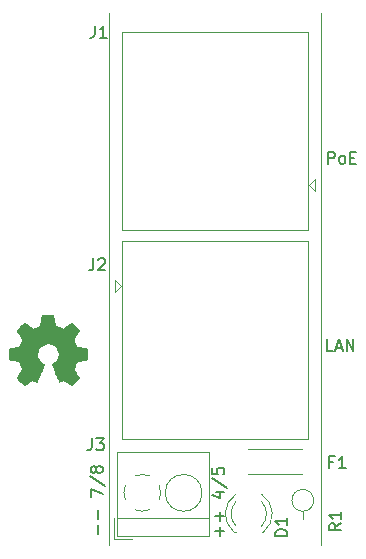
<source format=gbr>
G04 #@! TF.GenerationSoftware,KiCad,Pcbnew,5.1.5+dfsg1-2build2*
G04 #@! TF.CreationDate,2021-07-15T15:49:03-05:00*
G04 #@! TF.ProjectId,DIN_RAIL_POE_INJECTOR,44494e5f-5241-4494-9c5f-504f455f494e,rev?*
G04 #@! TF.SameCoordinates,Original*
G04 #@! TF.FileFunction,Legend,Top*
G04 #@! TF.FilePolarity,Positive*
%FSLAX46Y46*%
G04 Gerber Fmt 4.6, Leading zero omitted, Abs format (unit mm)*
G04 Created by KiCad (PCBNEW 5.1.5+dfsg1-2build2) date 2021-07-15 15:49:03*
%MOMM*%
%LPD*%
G04 APERTURE LIST*
%ADD10C,0.150000*%
%ADD11C,0.120000*%
%ADD12C,0.010000*%
G04 APERTURE END LIST*
D10*
X128500333Y-112720380D02*
X128500333Y-111720380D01*
X128881285Y-111720380D01*
X128976523Y-111768000D01*
X129024142Y-111815619D01*
X129071761Y-111910857D01*
X129071761Y-112053714D01*
X129024142Y-112148952D01*
X128976523Y-112196571D01*
X128881285Y-112244190D01*
X128500333Y-112244190D01*
X129643190Y-112720380D02*
X129547952Y-112672761D01*
X129500333Y-112625142D01*
X129452714Y-112529904D01*
X129452714Y-112244190D01*
X129500333Y-112148952D01*
X129547952Y-112101333D01*
X129643190Y-112053714D01*
X129786047Y-112053714D01*
X129881285Y-112101333D01*
X129928904Y-112148952D01*
X129976523Y-112244190D01*
X129976523Y-112529904D01*
X129928904Y-112625142D01*
X129881285Y-112672761D01*
X129786047Y-112720380D01*
X129643190Y-112720380D01*
X130405095Y-112196571D02*
X130738428Y-112196571D01*
X130881285Y-112720380D02*
X130405095Y-112720380D01*
X130405095Y-111720380D01*
X130881285Y-111720380D01*
X128897142Y-128595380D02*
X128420952Y-128595380D01*
X128420952Y-127595380D01*
X129182857Y-128309666D02*
X129659047Y-128309666D01*
X129087619Y-128595380D02*
X129420952Y-127595380D01*
X129754285Y-128595380D01*
X130087619Y-128595380D02*
X130087619Y-127595380D01*
X130659047Y-128595380D01*
X130659047Y-127595380D01*
X119324428Y-144208142D02*
X119324428Y-143446238D01*
X119705380Y-143827190D02*
X118943476Y-143827190D01*
X119324428Y-142970047D02*
X119324428Y-142208142D01*
X119705380Y-142589095D02*
X118943476Y-142589095D01*
X119038714Y-140541476D02*
X119705380Y-140541476D01*
X118657761Y-140779571D02*
X119372047Y-141017666D01*
X119372047Y-140398619D01*
X118657761Y-139303380D02*
X119943476Y-140160523D01*
X118705380Y-138493857D02*
X118705380Y-138970047D01*
X119181571Y-139017666D01*
X119133952Y-138970047D01*
X119086333Y-138874809D01*
X119086333Y-138636714D01*
X119133952Y-138541476D01*
X119181571Y-138493857D01*
X119276809Y-138446238D01*
X119514904Y-138446238D01*
X119610142Y-138493857D01*
X119657761Y-138541476D01*
X119705380Y-138636714D01*
X119705380Y-138874809D01*
X119657761Y-138970047D01*
X119610142Y-139017666D01*
X109037428Y-144081142D02*
X109037428Y-143319238D01*
X109037428Y-142843047D02*
X109037428Y-142081142D01*
X108418380Y-140938285D02*
X108418380Y-140271619D01*
X109418380Y-140700190D01*
X108370761Y-139176380D02*
X109656476Y-140033523D01*
X108846952Y-138700190D02*
X108799333Y-138795428D01*
X108751714Y-138843047D01*
X108656476Y-138890666D01*
X108608857Y-138890666D01*
X108513619Y-138843047D01*
X108466000Y-138795428D01*
X108418380Y-138700190D01*
X108418380Y-138509714D01*
X108466000Y-138414476D01*
X108513619Y-138366857D01*
X108608857Y-138319238D01*
X108656476Y-138319238D01*
X108751714Y-138366857D01*
X108799333Y-138414476D01*
X108846952Y-138509714D01*
X108846952Y-138700190D01*
X108894571Y-138795428D01*
X108942190Y-138843047D01*
X109037428Y-138890666D01*
X109227904Y-138890666D01*
X109323142Y-138843047D01*
X109370761Y-138795428D01*
X109418380Y-138700190D01*
X109418380Y-138509714D01*
X109370761Y-138414476D01*
X109323142Y-138366857D01*
X109227904Y-138319238D01*
X109037428Y-138319238D01*
X108942190Y-138366857D01*
X108894571Y-138414476D01*
X108846952Y-138509714D01*
D11*
X127890000Y-100000000D02*
X127890000Y-145000000D01*
X110000000Y-100000000D02*
X110000000Y-145000000D01*
D12*
G36*
X105330814Y-125992931D02*
G01*
X105414635Y-126437555D01*
X105723920Y-126565053D01*
X106033206Y-126692551D01*
X106404246Y-126440246D01*
X106508157Y-126369996D01*
X106602087Y-126307272D01*
X106681652Y-126254938D01*
X106742470Y-126215857D01*
X106780157Y-126192893D01*
X106790421Y-126187942D01*
X106808910Y-126200676D01*
X106848420Y-126235882D01*
X106904522Y-126289062D01*
X106972787Y-126355718D01*
X107048786Y-126431354D01*
X107128092Y-126511472D01*
X107206275Y-126591574D01*
X107278907Y-126667164D01*
X107341559Y-126733745D01*
X107389803Y-126786818D01*
X107419210Y-126821887D01*
X107426241Y-126833623D01*
X107416123Y-126855260D01*
X107387759Y-126902662D01*
X107344129Y-126971193D01*
X107288218Y-127056215D01*
X107223006Y-127153093D01*
X107185219Y-127208350D01*
X107116343Y-127309248D01*
X107055140Y-127400299D01*
X107004578Y-127476970D01*
X106967628Y-127534728D01*
X106947258Y-127569043D01*
X106944197Y-127576254D01*
X106951136Y-127596748D01*
X106970051Y-127644513D01*
X106998087Y-127712832D01*
X107032391Y-127794989D01*
X107070109Y-127884270D01*
X107108387Y-127973958D01*
X107144370Y-128057338D01*
X107175206Y-128127694D01*
X107198039Y-128178310D01*
X107210017Y-128202471D01*
X107210724Y-128203422D01*
X107229531Y-128208036D01*
X107279618Y-128218328D01*
X107355793Y-128233287D01*
X107452865Y-128251901D01*
X107565643Y-128273159D01*
X107631442Y-128285418D01*
X107751950Y-128308362D01*
X107860797Y-128330195D01*
X107952476Y-128349722D01*
X108021481Y-128365748D01*
X108062304Y-128377079D01*
X108070511Y-128380674D01*
X108078548Y-128405006D01*
X108085033Y-128459959D01*
X108089970Y-128539108D01*
X108093364Y-128636026D01*
X108095218Y-128744287D01*
X108095538Y-128857465D01*
X108094327Y-128969135D01*
X108091590Y-129072868D01*
X108087331Y-129162241D01*
X108081555Y-129230826D01*
X108074267Y-129272197D01*
X108069895Y-129280810D01*
X108043764Y-129291133D01*
X107988393Y-129305892D01*
X107911107Y-129323352D01*
X107819230Y-129341780D01*
X107787158Y-129347741D01*
X107632524Y-129376066D01*
X107510375Y-129398876D01*
X107416673Y-129417080D01*
X107347384Y-129431583D01*
X107298471Y-129443292D01*
X107265897Y-129453115D01*
X107245628Y-129461956D01*
X107233626Y-129470724D01*
X107231947Y-129472457D01*
X107215184Y-129500371D01*
X107189614Y-129554695D01*
X107157788Y-129628777D01*
X107122260Y-129715965D01*
X107085583Y-129809608D01*
X107050311Y-129903052D01*
X107018996Y-129989647D01*
X106994193Y-130062740D01*
X106978454Y-130115678D01*
X106974332Y-130141811D01*
X106974676Y-130142726D01*
X106988641Y-130164086D01*
X107020322Y-130211084D01*
X107066391Y-130278827D01*
X107123518Y-130362423D01*
X107188373Y-130456982D01*
X107206843Y-130483854D01*
X107272699Y-130581275D01*
X107330650Y-130670163D01*
X107377538Y-130745412D01*
X107410207Y-130801920D01*
X107425500Y-130834581D01*
X107426241Y-130838593D01*
X107413392Y-130859684D01*
X107377888Y-130901464D01*
X107324293Y-130959445D01*
X107257171Y-131029135D01*
X107181087Y-131106045D01*
X107100604Y-131185683D01*
X107020287Y-131263561D01*
X106944699Y-131335186D01*
X106878405Y-131396070D01*
X106825969Y-131441721D01*
X106791955Y-131467650D01*
X106782545Y-131471883D01*
X106760643Y-131461912D01*
X106715800Y-131435020D01*
X106655321Y-131395736D01*
X106608789Y-131364117D01*
X106524475Y-131306098D01*
X106424626Y-131237784D01*
X106324473Y-131169579D01*
X106270627Y-131133075D01*
X106088371Y-131009800D01*
X105935381Y-131092520D01*
X105865682Y-131128759D01*
X105806414Y-131156926D01*
X105766311Y-131172991D01*
X105756103Y-131175226D01*
X105743829Y-131158722D01*
X105719613Y-131112082D01*
X105685263Y-131039609D01*
X105642588Y-130945606D01*
X105593394Y-130834374D01*
X105539490Y-130710215D01*
X105482684Y-130577432D01*
X105424782Y-130440327D01*
X105367593Y-130303202D01*
X105312924Y-130170358D01*
X105262584Y-130046098D01*
X105218380Y-129934725D01*
X105182119Y-129840539D01*
X105155609Y-129767844D01*
X105140658Y-129720941D01*
X105138254Y-129704833D01*
X105157311Y-129684286D01*
X105199036Y-129650933D01*
X105254706Y-129611702D01*
X105259378Y-129608599D01*
X105403264Y-129493423D01*
X105519283Y-129359053D01*
X105606430Y-129209784D01*
X105663699Y-129049913D01*
X105690086Y-128883737D01*
X105684585Y-128715552D01*
X105646190Y-128549655D01*
X105573895Y-128390342D01*
X105552626Y-128355487D01*
X105441996Y-128214737D01*
X105311302Y-128101714D01*
X105165064Y-128017003D01*
X105007808Y-127961194D01*
X104844057Y-127934874D01*
X104678333Y-127938630D01*
X104515162Y-127973050D01*
X104359065Y-128038723D01*
X104214567Y-128136235D01*
X104169869Y-128175813D01*
X104056112Y-128299703D01*
X103973218Y-128430124D01*
X103916356Y-128576315D01*
X103884687Y-128721088D01*
X103876869Y-128883860D01*
X103902938Y-129047440D01*
X103960245Y-129206298D01*
X104046144Y-129354906D01*
X104157986Y-129487735D01*
X104293123Y-129599256D01*
X104310883Y-129611011D01*
X104367150Y-129649508D01*
X104409923Y-129682863D01*
X104430372Y-129704160D01*
X104430669Y-129704833D01*
X104426279Y-129727871D01*
X104408876Y-129780157D01*
X104380268Y-129857390D01*
X104342265Y-129955268D01*
X104296674Y-130069491D01*
X104245303Y-130195758D01*
X104189962Y-130329767D01*
X104132458Y-130467218D01*
X104074601Y-130603808D01*
X104018198Y-130735237D01*
X103965058Y-130857205D01*
X103916990Y-130965409D01*
X103875801Y-131055549D01*
X103843301Y-131123323D01*
X103821297Y-131164430D01*
X103812436Y-131175226D01*
X103785360Y-131166819D01*
X103734697Y-131144272D01*
X103669183Y-131111613D01*
X103633159Y-131092520D01*
X103480168Y-131009800D01*
X103297912Y-131133075D01*
X103204875Y-131196228D01*
X103103015Y-131265727D01*
X103007562Y-131331165D01*
X102959750Y-131364117D01*
X102892505Y-131409273D01*
X102835564Y-131445057D01*
X102796354Y-131466938D01*
X102783619Y-131471563D01*
X102765083Y-131459085D01*
X102724059Y-131424252D01*
X102664525Y-131370678D01*
X102590458Y-131301983D01*
X102505835Y-131221781D01*
X102452315Y-131170286D01*
X102358681Y-131078286D01*
X102277759Y-130995999D01*
X102212823Y-130926945D01*
X102167142Y-130874644D01*
X102143989Y-130842616D01*
X102141768Y-130836116D01*
X102152076Y-130811394D01*
X102180561Y-130761405D01*
X102224063Y-130691212D01*
X102279423Y-130605875D01*
X102343480Y-130510456D01*
X102361697Y-130483854D01*
X102428073Y-130387167D01*
X102487622Y-130300117D01*
X102537016Y-130227595D01*
X102572925Y-130174493D01*
X102592019Y-130145703D01*
X102593864Y-130142726D01*
X102591105Y-130119782D01*
X102576462Y-130069336D01*
X102552487Y-129998041D01*
X102521734Y-129912547D01*
X102486756Y-129819507D01*
X102450107Y-129725574D01*
X102414339Y-129637399D01*
X102382006Y-129561634D01*
X102355662Y-129504931D01*
X102337858Y-129473943D01*
X102336593Y-129472457D01*
X102325706Y-129463601D01*
X102307318Y-129454843D01*
X102277394Y-129445277D01*
X102231897Y-129433996D01*
X102166791Y-129420093D01*
X102078039Y-129402663D01*
X101961607Y-129380798D01*
X101813458Y-129353591D01*
X101781382Y-129347741D01*
X101686314Y-129329374D01*
X101603435Y-129311405D01*
X101540070Y-129295569D01*
X101503542Y-129283600D01*
X101498644Y-129280810D01*
X101490573Y-129256072D01*
X101484013Y-129200790D01*
X101478967Y-129121389D01*
X101475441Y-129024296D01*
X101473439Y-128915938D01*
X101472964Y-128802740D01*
X101474023Y-128691128D01*
X101476618Y-128587529D01*
X101480754Y-128498368D01*
X101486437Y-128430072D01*
X101493669Y-128389066D01*
X101498029Y-128380674D01*
X101522302Y-128372208D01*
X101577574Y-128358435D01*
X101658338Y-128340550D01*
X101759088Y-128319748D01*
X101874317Y-128297223D01*
X101937098Y-128285418D01*
X102056213Y-128263151D01*
X102162435Y-128242979D01*
X102250573Y-128225915D01*
X102315434Y-128212969D01*
X102351826Y-128205155D01*
X102357816Y-128203422D01*
X102367939Y-128183890D01*
X102389338Y-128136843D01*
X102419161Y-128069003D01*
X102454555Y-127987091D01*
X102492668Y-127897828D01*
X102530647Y-127807935D01*
X102565640Y-127724135D01*
X102594794Y-127653147D01*
X102615257Y-127601694D01*
X102624177Y-127576497D01*
X102624343Y-127575396D01*
X102614231Y-127555519D01*
X102585883Y-127509777D01*
X102542277Y-127442717D01*
X102486394Y-127358884D01*
X102421213Y-127262826D01*
X102383321Y-127207650D01*
X102314275Y-127106481D01*
X102252950Y-127014630D01*
X102202337Y-126936744D01*
X102165429Y-126877469D01*
X102145218Y-126841451D01*
X102142299Y-126833377D01*
X102154847Y-126814584D01*
X102189537Y-126774457D01*
X102241937Y-126717493D01*
X102307616Y-126648185D01*
X102382144Y-126571031D01*
X102461087Y-126490525D01*
X102540017Y-126411163D01*
X102614500Y-126337440D01*
X102680106Y-126273852D01*
X102732404Y-126224894D01*
X102766961Y-126195061D01*
X102778522Y-126187942D01*
X102797346Y-126197953D01*
X102842369Y-126226078D01*
X102909213Y-126269454D01*
X102993501Y-126325218D01*
X103090856Y-126390506D01*
X103164293Y-126440246D01*
X103535333Y-126692551D01*
X104153905Y-126437555D01*
X104237725Y-125992931D01*
X104321546Y-125548307D01*
X105246994Y-125548307D01*
X105330814Y-125992931D01*
G37*
X105330814Y-125992931D02*
X105414635Y-126437555D01*
X105723920Y-126565053D01*
X106033206Y-126692551D01*
X106404246Y-126440246D01*
X106508157Y-126369996D01*
X106602087Y-126307272D01*
X106681652Y-126254938D01*
X106742470Y-126215857D01*
X106780157Y-126192893D01*
X106790421Y-126187942D01*
X106808910Y-126200676D01*
X106848420Y-126235882D01*
X106904522Y-126289062D01*
X106972787Y-126355718D01*
X107048786Y-126431354D01*
X107128092Y-126511472D01*
X107206275Y-126591574D01*
X107278907Y-126667164D01*
X107341559Y-126733745D01*
X107389803Y-126786818D01*
X107419210Y-126821887D01*
X107426241Y-126833623D01*
X107416123Y-126855260D01*
X107387759Y-126902662D01*
X107344129Y-126971193D01*
X107288218Y-127056215D01*
X107223006Y-127153093D01*
X107185219Y-127208350D01*
X107116343Y-127309248D01*
X107055140Y-127400299D01*
X107004578Y-127476970D01*
X106967628Y-127534728D01*
X106947258Y-127569043D01*
X106944197Y-127576254D01*
X106951136Y-127596748D01*
X106970051Y-127644513D01*
X106998087Y-127712832D01*
X107032391Y-127794989D01*
X107070109Y-127884270D01*
X107108387Y-127973958D01*
X107144370Y-128057338D01*
X107175206Y-128127694D01*
X107198039Y-128178310D01*
X107210017Y-128202471D01*
X107210724Y-128203422D01*
X107229531Y-128208036D01*
X107279618Y-128218328D01*
X107355793Y-128233287D01*
X107452865Y-128251901D01*
X107565643Y-128273159D01*
X107631442Y-128285418D01*
X107751950Y-128308362D01*
X107860797Y-128330195D01*
X107952476Y-128349722D01*
X108021481Y-128365748D01*
X108062304Y-128377079D01*
X108070511Y-128380674D01*
X108078548Y-128405006D01*
X108085033Y-128459959D01*
X108089970Y-128539108D01*
X108093364Y-128636026D01*
X108095218Y-128744287D01*
X108095538Y-128857465D01*
X108094327Y-128969135D01*
X108091590Y-129072868D01*
X108087331Y-129162241D01*
X108081555Y-129230826D01*
X108074267Y-129272197D01*
X108069895Y-129280810D01*
X108043764Y-129291133D01*
X107988393Y-129305892D01*
X107911107Y-129323352D01*
X107819230Y-129341780D01*
X107787158Y-129347741D01*
X107632524Y-129376066D01*
X107510375Y-129398876D01*
X107416673Y-129417080D01*
X107347384Y-129431583D01*
X107298471Y-129443292D01*
X107265897Y-129453115D01*
X107245628Y-129461956D01*
X107233626Y-129470724D01*
X107231947Y-129472457D01*
X107215184Y-129500371D01*
X107189614Y-129554695D01*
X107157788Y-129628777D01*
X107122260Y-129715965D01*
X107085583Y-129809608D01*
X107050311Y-129903052D01*
X107018996Y-129989647D01*
X106994193Y-130062740D01*
X106978454Y-130115678D01*
X106974332Y-130141811D01*
X106974676Y-130142726D01*
X106988641Y-130164086D01*
X107020322Y-130211084D01*
X107066391Y-130278827D01*
X107123518Y-130362423D01*
X107188373Y-130456982D01*
X107206843Y-130483854D01*
X107272699Y-130581275D01*
X107330650Y-130670163D01*
X107377538Y-130745412D01*
X107410207Y-130801920D01*
X107425500Y-130834581D01*
X107426241Y-130838593D01*
X107413392Y-130859684D01*
X107377888Y-130901464D01*
X107324293Y-130959445D01*
X107257171Y-131029135D01*
X107181087Y-131106045D01*
X107100604Y-131185683D01*
X107020287Y-131263561D01*
X106944699Y-131335186D01*
X106878405Y-131396070D01*
X106825969Y-131441721D01*
X106791955Y-131467650D01*
X106782545Y-131471883D01*
X106760643Y-131461912D01*
X106715800Y-131435020D01*
X106655321Y-131395736D01*
X106608789Y-131364117D01*
X106524475Y-131306098D01*
X106424626Y-131237784D01*
X106324473Y-131169579D01*
X106270627Y-131133075D01*
X106088371Y-131009800D01*
X105935381Y-131092520D01*
X105865682Y-131128759D01*
X105806414Y-131156926D01*
X105766311Y-131172991D01*
X105756103Y-131175226D01*
X105743829Y-131158722D01*
X105719613Y-131112082D01*
X105685263Y-131039609D01*
X105642588Y-130945606D01*
X105593394Y-130834374D01*
X105539490Y-130710215D01*
X105482684Y-130577432D01*
X105424782Y-130440327D01*
X105367593Y-130303202D01*
X105312924Y-130170358D01*
X105262584Y-130046098D01*
X105218380Y-129934725D01*
X105182119Y-129840539D01*
X105155609Y-129767844D01*
X105140658Y-129720941D01*
X105138254Y-129704833D01*
X105157311Y-129684286D01*
X105199036Y-129650933D01*
X105254706Y-129611702D01*
X105259378Y-129608599D01*
X105403264Y-129493423D01*
X105519283Y-129359053D01*
X105606430Y-129209784D01*
X105663699Y-129049913D01*
X105690086Y-128883737D01*
X105684585Y-128715552D01*
X105646190Y-128549655D01*
X105573895Y-128390342D01*
X105552626Y-128355487D01*
X105441996Y-128214737D01*
X105311302Y-128101714D01*
X105165064Y-128017003D01*
X105007808Y-127961194D01*
X104844057Y-127934874D01*
X104678333Y-127938630D01*
X104515162Y-127973050D01*
X104359065Y-128038723D01*
X104214567Y-128136235D01*
X104169869Y-128175813D01*
X104056112Y-128299703D01*
X103973218Y-128430124D01*
X103916356Y-128576315D01*
X103884687Y-128721088D01*
X103876869Y-128883860D01*
X103902938Y-129047440D01*
X103960245Y-129206298D01*
X104046144Y-129354906D01*
X104157986Y-129487735D01*
X104293123Y-129599256D01*
X104310883Y-129611011D01*
X104367150Y-129649508D01*
X104409923Y-129682863D01*
X104430372Y-129704160D01*
X104430669Y-129704833D01*
X104426279Y-129727871D01*
X104408876Y-129780157D01*
X104380268Y-129857390D01*
X104342265Y-129955268D01*
X104296674Y-130069491D01*
X104245303Y-130195758D01*
X104189962Y-130329767D01*
X104132458Y-130467218D01*
X104074601Y-130603808D01*
X104018198Y-130735237D01*
X103965058Y-130857205D01*
X103916990Y-130965409D01*
X103875801Y-131055549D01*
X103843301Y-131123323D01*
X103821297Y-131164430D01*
X103812436Y-131175226D01*
X103785360Y-131166819D01*
X103734697Y-131144272D01*
X103669183Y-131111613D01*
X103633159Y-131092520D01*
X103480168Y-131009800D01*
X103297912Y-131133075D01*
X103204875Y-131196228D01*
X103103015Y-131265727D01*
X103007562Y-131331165D01*
X102959750Y-131364117D01*
X102892505Y-131409273D01*
X102835564Y-131445057D01*
X102796354Y-131466938D01*
X102783619Y-131471563D01*
X102765083Y-131459085D01*
X102724059Y-131424252D01*
X102664525Y-131370678D01*
X102590458Y-131301983D01*
X102505835Y-131221781D01*
X102452315Y-131170286D01*
X102358681Y-131078286D01*
X102277759Y-130995999D01*
X102212823Y-130926945D01*
X102167142Y-130874644D01*
X102143989Y-130842616D01*
X102141768Y-130836116D01*
X102152076Y-130811394D01*
X102180561Y-130761405D01*
X102224063Y-130691212D01*
X102279423Y-130605875D01*
X102343480Y-130510456D01*
X102361697Y-130483854D01*
X102428073Y-130387167D01*
X102487622Y-130300117D01*
X102537016Y-130227595D01*
X102572925Y-130174493D01*
X102592019Y-130145703D01*
X102593864Y-130142726D01*
X102591105Y-130119782D01*
X102576462Y-130069336D01*
X102552487Y-129998041D01*
X102521734Y-129912547D01*
X102486756Y-129819507D01*
X102450107Y-129725574D01*
X102414339Y-129637399D01*
X102382006Y-129561634D01*
X102355662Y-129504931D01*
X102337858Y-129473943D01*
X102336593Y-129472457D01*
X102325706Y-129463601D01*
X102307318Y-129454843D01*
X102277394Y-129445277D01*
X102231897Y-129433996D01*
X102166791Y-129420093D01*
X102078039Y-129402663D01*
X101961607Y-129380798D01*
X101813458Y-129353591D01*
X101781382Y-129347741D01*
X101686314Y-129329374D01*
X101603435Y-129311405D01*
X101540070Y-129295569D01*
X101503542Y-129283600D01*
X101498644Y-129280810D01*
X101490573Y-129256072D01*
X101484013Y-129200790D01*
X101478967Y-129121389D01*
X101475441Y-129024296D01*
X101473439Y-128915938D01*
X101472964Y-128802740D01*
X101474023Y-128691128D01*
X101476618Y-128587529D01*
X101480754Y-128498368D01*
X101486437Y-128430072D01*
X101493669Y-128389066D01*
X101498029Y-128380674D01*
X101522302Y-128372208D01*
X101577574Y-128358435D01*
X101658338Y-128340550D01*
X101759088Y-128319748D01*
X101874317Y-128297223D01*
X101937098Y-128285418D01*
X102056213Y-128263151D01*
X102162435Y-128242979D01*
X102250573Y-128225915D01*
X102315434Y-128212969D01*
X102351826Y-128205155D01*
X102357816Y-128203422D01*
X102367939Y-128183890D01*
X102389338Y-128136843D01*
X102419161Y-128069003D01*
X102454555Y-127987091D01*
X102492668Y-127897828D01*
X102530647Y-127807935D01*
X102565640Y-127724135D01*
X102594794Y-127653147D01*
X102615257Y-127601694D01*
X102624177Y-127576497D01*
X102624343Y-127575396D01*
X102614231Y-127555519D01*
X102585883Y-127509777D01*
X102542277Y-127442717D01*
X102486394Y-127358884D01*
X102421213Y-127262826D01*
X102383321Y-127207650D01*
X102314275Y-127106481D01*
X102252950Y-127014630D01*
X102202337Y-126936744D01*
X102165429Y-126877469D01*
X102145218Y-126841451D01*
X102142299Y-126833377D01*
X102154847Y-126814584D01*
X102189537Y-126774457D01*
X102241937Y-126717493D01*
X102307616Y-126648185D01*
X102382144Y-126571031D01*
X102461087Y-126490525D01*
X102540017Y-126411163D01*
X102614500Y-126337440D01*
X102680106Y-126273852D01*
X102732404Y-126224894D01*
X102766961Y-126195061D01*
X102778522Y-126187942D01*
X102797346Y-126197953D01*
X102842369Y-126226078D01*
X102909213Y-126269454D01*
X102993501Y-126325218D01*
X103090856Y-126390506D01*
X103164293Y-126440246D01*
X103535333Y-126692551D01*
X104153905Y-126437555D01*
X104237725Y-125992931D01*
X104321546Y-125548307D01*
X105246994Y-125548307D01*
X105330814Y-125992931D01*
D11*
X110500000Y-123547000D02*
X111000000Y-123047000D01*
X110500000Y-122547000D02*
X110500000Y-123547000D01*
X111000000Y-123047000D02*
X110500000Y-122547000D01*
X126800000Y-119257000D02*
X111080000Y-119257000D01*
X111080000Y-119257000D02*
X111080000Y-135997000D01*
X126810000Y-119257000D02*
X126810000Y-135997000D01*
X126810000Y-135997000D02*
X111080000Y-135997000D01*
X126309000Y-138977000D02*
X126309000Y-138992000D01*
X126309000Y-136852000D02*
X126309000Y-136867000D01*
X121769000Y-138977000D02*
X121769000Y-138992000D01*
X121769000Y-136852000D02*
X121769000Y-136867000D01*
X121769000Y-138992000D02*
X126309000Y-138992000D01*
X121769000Y-136852000D02*
X126309000Y-136852000D01*
X126365000Y-142144000D02*
X126365000Y-142764000D01*
X127285000Y-141224000D02*
G75*
G03X127285000Y-141224000I-920000J0D01*
G01*
X122873000Y-143927000D02*
X123029000Y-143927000D01*
X120557000Y-143927000D02*
X120713000Y-143927000D01*
X122872837Y-141325870D02*
G75*
G02X122873000Y-143407961I-1079837J-1041130D01*
G01*
X120713163Y-141325870D02*
G75*
G03X120713000Y-143407961I1079837J-1041130D01*
G01*
X122871608Y-140694665D02*
G75*
G02X123028516Y-143927000I-1078608J-1672335D01*
G01*
X120714392Y-140694665D02*
G75*
G03X120557484Y-143927000I1078608J-1672335D01*
G01*
X110376000Y-144489000D02*
X111876000Y-144489000D01*
X110376000Y-142749000D02*
X110376000Y-144489000D01*
X118436000Y-137129000D02*
X118436000Y-144249000D01*
X110616000Y-137129000D02*
X110616000Y-144249000D01*
X110616000Y-144249000D02*
X118436000Y-144249000D01*
X110616000Y-137129000D02*
X118436000Y-137129000D01*
X110616000Y-142689000D02*
X118436000Y-142689000D01*
X117831000Y-140589000D02*
G75*
G03X117831000Y-140589000I-1555000J0D01*
G01*
X112803011Y-142144492D02*
G75*
G02X112168000Y-142021000I-27011J1555492D01*
G01*
X111343891Y-141196742D02*
G75*
G02X111344000Y-139981000I1432109J607742D01*
G01*
X112168258Y-139156891D02*
G75*
G02X113384000Y-139157000I607742J-1432109D01*
G01*
X114208109Y-139981258D02*
G75*
G02X114208000Y-141197000I-1432109J-607742D01*
G01*
X113383587Y-142020385D02*
G75*
G02X112776000Y-142144000I-607587J1431385D01*
G01*
X127390000Y-114038000D02*
X126890000Y-114538000D01*
X127390000Y-115038000D02*
X127390000Y-114038000D01*
X126890000Y-114538000D02*
X127390000Y-115038000D01*
X111090000Y-118328000D02*
X126810000Y-118328000D01*
X126810000Y-118328000D02*
X126810000Y-101588000D01*
X111080000Y-118328000D02*
X111080000Y-101588000D01*
X111080000Y-101588000D02*
X126810000Y-101588000D01*
D10*
X108632666Y-120737380D02*
X108632666Y-121451666D01*
X108585047Y-121594523D01*
X108489809Y-121689761D01*
X108346952Y-121737380D01*
X108251714Y-121737380D01*
X109061238Y-120832619D02*
X109108857Y-120785000D01*
X109204095Y-120737380D01*
X109442190Y-120737380D01*
X109537428Y-120785000D01*
X109585047Y-120832619D01*
X109632666Y-120927857D01*
X109632666Y-121023095D01*
X109585047Y-121165952D01*
X109013619Y-121737380D01*
X109632666Y-121737380D01*
X128952666Y-137977571D02*
X128619333Y-137977571D01*
X128619333Y-138501380D02*
X128619333Y-137501380D01*
X129095523Y-137501380D01*
X130000285Y-138501380D02*
X129428857Y-138501380D01*
X129714571Y-138501380D02*
X129714571Y-137501380D01*
X129619333Y-137644238D01*
X129524095Y-137739476D01*
X129428857Y-137787095D01*
X129611380Y-143168666D02*
X129135190Y-143502000D01*
X129611380Y-143740095D02*
X128611380Y-143740095D01*
X128611380Y-143359142D01*
X128659000Y-143263904D01*
X128706619Y-143216285D01*
X128801857Y-143168666D01*
X128944714Y-143168666D01*
X129039952Y-143216285D01*
X129087571Y-143263904D01*
X129135190Y-143359142D01*
X129135190Y-143740095D01*
X129611380Y-142216285D02*
X129611380Y-142787714D01*
X129611380Y-142502000D02*
X128611380Y-142502000D01*
X128754238Y-142597238D01*
X128849476Y-142692476D01*
X128897095Y-142787714D01*
X125039380Y-144248095D02*
X124039380Y-144248095D01*
X124039380Y-144010000D01*
X124087000Y-143867142D01*
X124182238Y-143771904D01*
X124277476Y-143724285D01*
X124467952Y-143676666D01*
X124610809Y-143676666D01*
X124801285Y-143724285D01*
X124896523Y-143771904D01*
X124991761Y-143867142D01*
X125039380Y-144010000D01*
X125039380Y-144248095D01*
X125039380Y-142724285D02*
X125039380Y-143295714D01*
X125039380Y-143010000D02*
X124039380Y-143010000D01*
X124182238Y-143105238D01*
X124277476Y-143200476D01*
X124325095Y-143295714D01*
X108505666Y-135977380D02*
X108505666Y-136691666D01*
X108458047Y-136834523D01*
X108362809Y-136929761D01*
X108219952Y-136977380D01*
X108124714Y-136977380D01*
X108886619Y-135977380D02*
X109505666Y-135977380D01*
X109172333Y-136358333D01*
X109315190Y-136358333D01*
X109410428Y-136405952D01*
X109458047Y-136453571D01*
X109505666Y-136548809D01*
X109505666Y-136786904D01*
X109458047Y-136882142D01*
X109410428Y-136929761D01*
X109315190Y-136977380D01*
X109029476Y-136977380D01*
X108934238Y-136929761D01*
X108886619Y-136882142D01*
X108759666Y-101052380D02*
X108759666Y-101766666D01*
X108712047Y-101909523D01*
X108616809Y-102004761D01*
X108473952Y-102052380D01*
X108378714Y-102052380D01*
X109759666Y-102052380D02*
X109188238Y-102052380D01*
X109473952Y-102052380D02*
X109473952Y-101052380D01*
X109378714Y-101195238D01*
X109283476Y-101290476D01*
X109188238Y-101338095D01*
M02*

</source>
